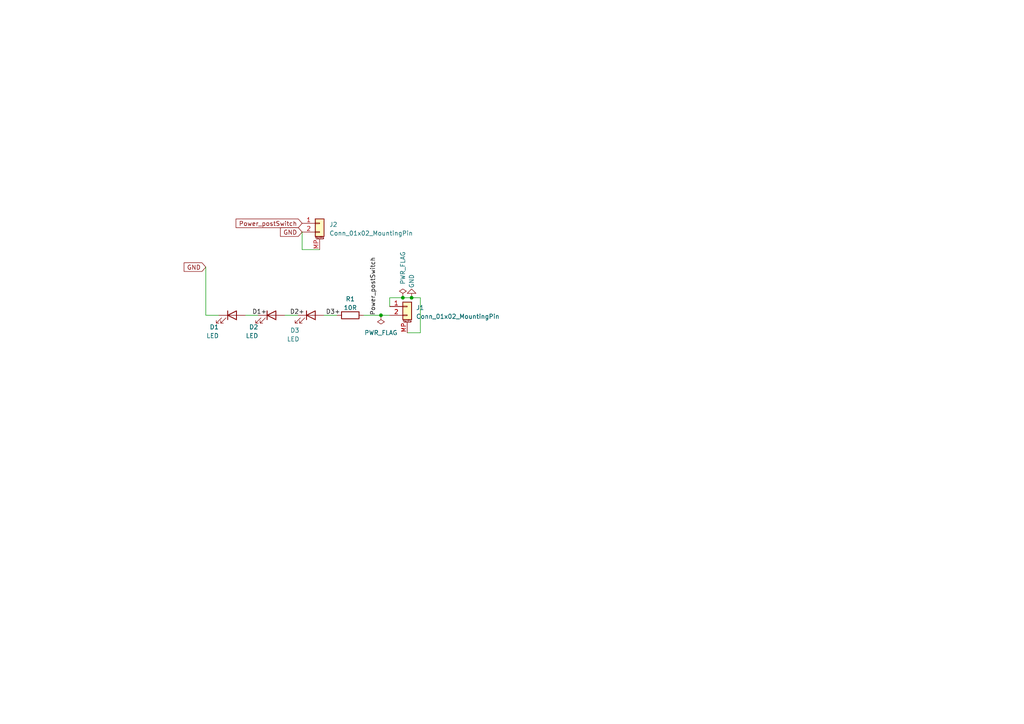
<source format=kicad_sch>
(kicad_sch (version 20231120) (generator "eeschema") (generator_version "8.0")
  (paper "A4")
  (lib_symbols
    (symbol "Connector_Generic_MountingPin:Conn_01x02_MountingPin" (pin_names (offset 1.016) hide)
      (property "Reference" "J" (at 0 2.54 0))
      (property "Value" "Conn_01x02_MountingPin" (at 1.27 -5.08 0))
      (symbol "Conn_01x02_MountingPin_1_1"
        (rectangle (start -1.27 -2.413) (end 0 -2.667) (stroke (width 0.1524)))
        (rectangle (start -1.27 0.127) (end 0 -0.127) (stroke (width 0.1524)))
        (rectangle (start -1.27 1.27) (end 1.27 -3.81) (stroke (width 0.254)) (fill (type background)))
        (polyline (pts (xy -1.016 -4.572) (xy 1.016 -4.572)) (stroke (width 0.1524)))
        (text "Mounting" (at 0 -4.191 0) (effects (font (size 0.381 0.381))))
        (pin passive line (at -5.08 0 0) (length 3.81) (name "Pin_1") (number "1"))
        (pin passive line (at -5.08 -2.54 0) (length 3.81) (name "Pin_2") (number "2"))
        (pin passive line (at 0 -7.62 90) (length 3.048) (name "MountPin") (number "MP"))
      )
    )
    (symbol "Device:LED" (pin_numbers hide) (pin_names (offset 1.016) hide)
      (property "Reference" "D" (at 0 2.54 0))
      (property "Value" "LED" (at 0 -2.54 0))
      (symbol "LED_0_1"
        (polyline (pts (xy -1.27 -1.27) (xy -1.27 1.27)) (stroke (width 0.254)))
        (polyline (pts (xy -1.27 0) (xy 1.27 0)))
        (polyline (pts (xy 1.27 -1.27) (xy 1.27 1.27) (xy -1.27 0) (xy 1.27 -1.27)) (stroke (width 0.254)))
        (polyline (pts (xy -3.048 -0.762) (xy -4.572 -2.286) (xy -3.81 -2.286) (xy -4.572 -2.286) (xy -4.572 -1.524)))
        (polyline (pts (xy -1.778 -0.762) (xy -3.302 -2.286) (xy -2.54 -2.286) (xy -3.302 -2.286) (xy -3.302 -1.524)))
      )
      (symbol "LED_1_1"
        (pin passive line (at -3.81 0 0) (length 2.54) (name "K") (number "1"))
        (pin passive line (at 3.81 0 180) (length 2.54) (name "A") (number "2"))
      )
    )
    (symbol "Device:R" (pin_numbers hide) (pin_names (offset 0))
      (property "Reference" "R" (at 2.032 0 90))
      (property "Value" "R" (at 0 0 90))
      (symbol "R_0_1"
        (rectangle (start -1.016 -2.54) (end 1.016 2.54) (stroke (width 0.254)))
      )
      (symbol "R_1_1"
        (pin passive line (at 0 3.81 270) (length 1.27) (name "~") (number "1"))
        (pin passive line (at 0 -3.81 90) (length 1.27) (name "~") (number "2"))
      )
    )
    (symbol "power:GND" (power) (pin_names (offset 0))
      (property "Value" "GND" (at 0 -3.81 0))
      (symbol "GND_0_1"
        (polyline (pts (xy 0 0) (xy 0 -1.27) (xy 1.27 -1.27) (xy 0 -2.54) (xy -1.27 -1.27) (xy 0 -1.27)))
      )
      (symbol "GND_1_1"
        (pin power_in line (at 0 0 270) (length 0) hide (name "GND") (number "1"))
      )
    )
    (symbol "power:PWR_FLAG" (power) (pin_numbers hide) (pin_names (offset 0) hide)
      (property "Value" "PWR_FLAG" (at 0 3.81 0))
      (symbol "PWR_FLAG_0_0"
        (pin power_out line (at 0 0 90) (length 0) (name "pwr") (number "1"))
      )
      (symbol "PWR_FLAG_0_1"
        (polyline (pts (xy 0 0) (xy 0 1.27) (xy -1.016 1.905) (xy 0 2.54) (xy 1.016 1.905) (xy 0 1.27)))
      )
    )
  )
  (junction (at 116.84 86.36))
  (junction (at 110.49 91.44))
  (junction (at 119.38 86.36))
  (wire (pts (xy 113.03 91.44) (xy 110.49 91.44)))
  (wire (pts (xy 121.92 86.36) (xy 121.92 96.52)))
  (wire (pts (xy 87.63 72.39) (xy 87.63 67.31)))
  (wire (pts (xy 113.03 88.9) (xy 113.03 86.36)))
  (wire (pts (xy 86.36 91.44) (xy 82.55 91.44)))
  (wire (pts (xy 97.79 91.44) (xy 93.98 91.44)))
  (wire (pts (xy 121.92 96.52) (xy 118.11 96.52)))
  (wire (pts (xy 110.49 91.44) (xy 105.41 91.44)))
  (wire (pts (xy 63.5 91.44) (xy 59.69 91.44)))
  (wire (pts (xy 119.38 86.36) (xy 121.92 86.36)))
  (wire (pts (xy 59.69 91.44) (xy 59.69 77.47)))
  (wire (pts (xy 74.93 91.44) (xy 71.12 91.44)))
  (wire (pts (xy 113.03 86.36) (xy 116.84 86.36)))
  (wire (pts (xy 92.71 72.39) (xy 87.63 72.39)))
  (wire (pts (xy 116.84 86.36) (xy 119.38 86.36)))
  (label "Power_postSwitch" (at 109.22 91.44 90))
  (label "D2+" (at 84.074 91.44 0))
  (label "D3+" (at 94.488 91.44 0))
  (label "D1+" (at 73.152 91.44 0))
  (global_label "Power_postSwitch" (shape input) (at 87.63 64.77 180) (property "Intersheetrefs" "${INTERSHEET_REFS}" (effects (hide yes))))
  (global_label "GND" (shape input) (at 59.69 77.47 180) (property "Intersheetrefs" "${INTERSHEET_REFS}" (effects (hide yes))))
  (global_label "GND" (shape input) (at 87.63 67.31 180) (property "Intersheetrefs" "${INTERSHEET_REFS}" (effects (hide yes))))
  (symbol (lib_id "Device:LED") (at 67.31 91.44 0) (unit 1)
    (property "Reference" "D1" (at 63.5 94.8598 0) (effects (justify right)))
    (property "Value" "LED" (at 63.5 97.3967 0) (effects (justify right)))
    (property "Footprint" "sensorstrip:LED_THT-1.27mm-OrthogonalSMDAndTHT" (effects (hide yes)))
  )
  (symbol (lib_id "power:PWR_FLAG") (at 116.84 86.36 0) (unit 1)
    (property "Reference" "#FLG0102" (effects (hide yes)))
    (property "Value" "PWR_FLAG" (at 116.8401 82.55 90) (effects (justify left)))
  )
  (symbol (lib_id "Connector_Generic_MountingPin:Conn_01x02_MountingPin") (at 118.11 88.9 0) (unit 1)
    (property "Reference" "J1" (at 120.65 89.2555 0) (effects (justify left)))
    (property "Value" "Conn_01x02_MountingPin" (at 120.65 91.7955 0) (effects (justify left)))
    (property "Footprint" "sensorstrip:Molex_Picoblade_53261-0271-Hybrid" (effects (hide yes)))
  )
  (symbol (lib_id "Connector_Generic_MountingPin:Conn_01x02_MountingPin") (at 92.71 64.77 0) (unit 1)
    (property "Reference" "J2" (at 95.504 65.1255 0) (effects (justify left)))
    (property "Value" "Conn_01x02_MountingPin" (at 95.504 67.6655 0) (effects (justify left)))
    (property "Footprint" "sensorstrip:Molex_Picoblade_53261-0271-Hybrid" (effects (hide yes)))
  )
  (symbol (lib_id "Device:LED") (at 78.74 91.44 0) (unit 1)
    (property "Reference" "D2" (at 74.93 94.8598 0) (effects (justify right)))
    (property "Value" "LED" (at 74.93 97.3967 0) (effects (justify right)))
    (property "Footprint" "sensorstrip:LED_THT-1.27mm-OrthogonalSMDAndTHT" (effects (hide yes)))
  )
  (symbol (lib_id "power:PWR_FLAG") (at 110.49 91.44 180) (unit 1)
    (property "Reference" "#FLG0101" (effects (hide yes)))
    (property "Value" "PWR_FLAG" (at 110.49 96.52 0))
  )
  (symbol (lib_id "Device:LED") (at 90.17 91.44 0) (unit 1)
    (property "Reference" "D3" (at 86.868 95.8214 0) (effects (justify right)))
    (property "Value" "LED" (at 86.868 98.3614 0) (effects (justify right)))
    (property "Footprint" "sensorstrip:LED_THT-1.27mm-OrthogonalSMDAndTHT" (effects (hide yes)))
  )
  (symbol (lib_id "power:GND") (at 119.38 86.36 0) (mirror x) (unit 1)
    (property "Reference" "#PWR0101" (effects (hide yes)))
    (property "Value" "GND" (at 119.38 79.502 90) (effects (justify left)))
  )
  (symbol (lib_id "Device:R") (at 101.6 91.44 90) (unit 1)
    (property "Reference" "R1" (at 101.6 86.7242 90))
    (property "Value" "10R" (at 101.6 89.2611 90))
    (property "Footprint" "Resistor_SMD:R_0805_2012Metric_Pad1.20x1.40mm_HandSolder" (effects (hide yes)))
  )
)
</source>
